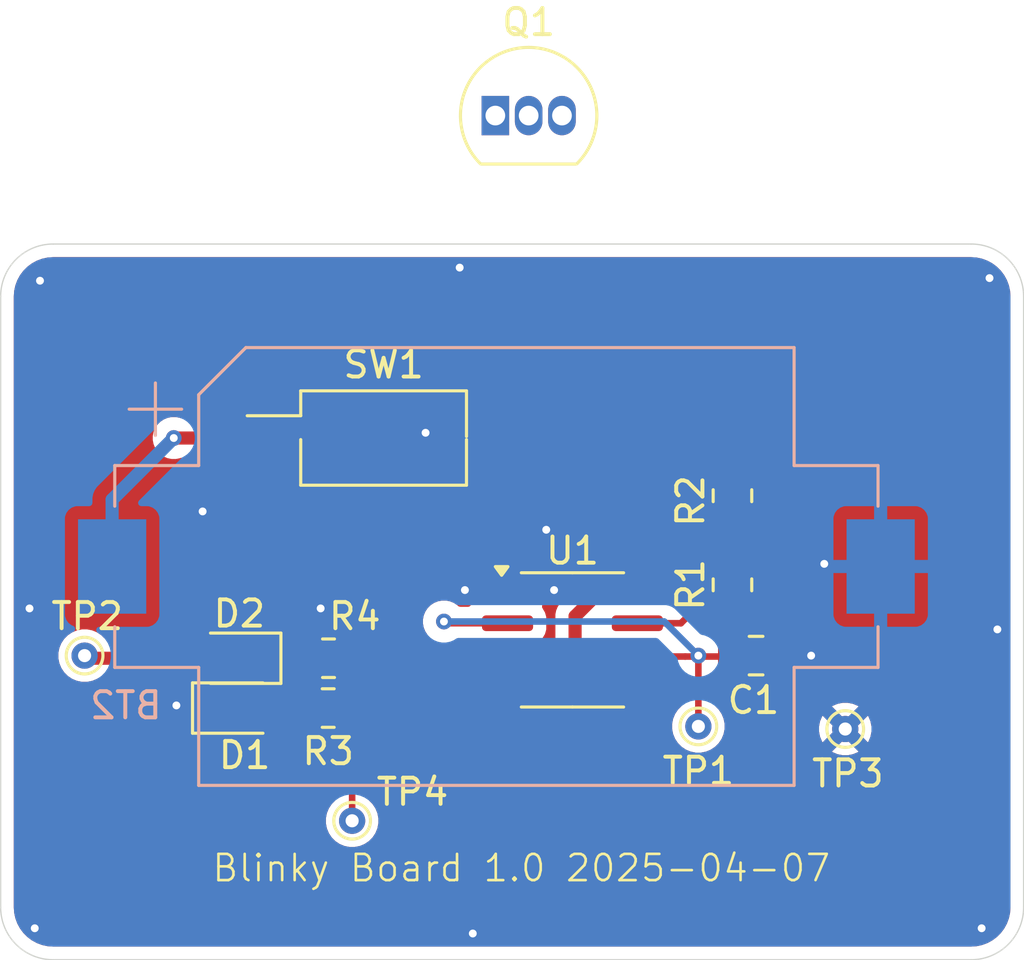
<source format=kicad_pcb>
(kicad_pcb (version 20241229) (generator "pcbnew") (generator_version "9.0")
  (title_block (title "Blinky Board") (date "2025-04-07") (rev "1.0") (company "PSU ECE Inc"))
  (layers (0 "F.Cu" signal) (2 "B.Cu" signal) (13 "F.Paste" user) (15 "B.Paste" user) (5 "F.SilkS" user "F.Silkscreen") (7 "B.SilkS" user "B.Silkscreen") (1 "F.Mask" user) (3 "B.Mask" user) (25 "Edge.Cuts" user))
  (net 0 "")
  (net 1 "GND")
  (net 2 "Net-(BT2-+)")
  (net 3 "Net-(U1-THR)")
  (net 4 "Net-(D1-A)")
  (net 5 "Net-(D2-K)")
  (net 6 "+BATT")
  (net 7 "Net-(U1-DIS)")
  (net 8 "Net-(U1-Q)")
  (net 10 "Net-(Q1-D-Pad3)")
  (net 12 "Net-(Q1-S-Pad1)")
  (footprint "TestPoint:TestPoint_THTPad_D1.0mm_Drill0.5mm" (layer "F.Cu") (at 206.9 97.1 90)
    (property "Reference" "TP3" (at -1.7 0.1 180) (layer "F.SilkS"))
    (property "Value" "TestPoint")
    (fp_circle (center 0 0) (end 0 0.7) (stroke (width 0.12)) (fill no) (layer "F.SilkS"))
    (pad "1" thru_hole circle (at 0 0 90) (size 1 1) (drill 0.5) (layers "*.Cu" "*.Mask") (net 1 "GND"))
  )
  (footprint "Package_TO_SOT_THT:TO-92_Inline" (layer "F.Cu") (at 193.56 73.7)
    (property "Reference" "Q1" (at 1.27 -3.56 0) (layer "F.SilkS"))
    (property "Value" "BIGMOSFET")
    (fp_line (start -0.53 1.85) (end 3.07 1.85) (stroke (width 0.12)) (layer "F.SilkS"))
    (fp_arc (start -0.568478 1.838478) (mid -1.132087 -0.994977) (end 1.27 -2.6) (stroke (width 0.12)) (layer "F.SilkS"))
    (fp_arc (start 1.27 -2.6) (mid 3.672087 -0.994977) (end 3.108478 1.838478) (stroke (width 0.12)) (layer "F.SilkS"))
    (pad "1" thru_hole rect (at 0 0) (size 1.05 1.5) (drill 0.75) (layers "*.Cu" "*.Mask") (net 12 "Net-(Q1-S-Pad1)"))
    (pad "2" thru_hole oval (at 1.27 0) (size 1.05 1.5) (drill 0.75) (layers "*.Cu" "*.Mask"))
    (pad "3" thru_hole oval (at 2.54 0) (size 1.05 1.5) (drill 0.75) (layers "*.Cu" "*.Mask") (net 10 "Net-(Q1-D-Pad3)"))
  )
  (footprint "Package_SO:SOIC-8_3.9x4.9mm_P1.27mm" (layer "F.Cu") (at 196.5 93.7)
    (property "Reference" "U1" (at 0 -3.4 0) (layer "F.SilkS"))
    (property "Value" "ICM7555xB")
    (fp_line (start 0 -2.56) (end -1.95 -2.56) (stroke (width 0.12)) (layer "F.SilkS"))
    (fp_line (start 0 -2.56) (end 1.95 -2.56) (stroke (width 0.12)) (layer "F.SilkS"))
    (fp_line (start 0 2.56) (end -1.95 2.56) (stroke (width 0.12)) (layer "F.SilkS"))
    (fp_line (start 0 2.56) (end 1.95 2.56) (stroke (width 0.12)) (layer "F.SilkS"))
    (fp_poly (pts (xy -2.7 -2.465) (xy -2.94 -2.795) (xy -2.46 -2.795)) (stroke (width 0.12)) (fill yes) (layer "F.SilkS"))
    (pad "1" smd roundrect (at -2.475 -1.905) (size 1.95 0.6) (layers "F.Cu" "F.Mask" "F.Paste") (net 1 "GND"))
    (pad "2" smd roundrect (at -2.475 -0.635) (size 1.95 0.6) (layers "F.Cu" "F.Mask" "F.Paste") (net 3 "Net-(U1-THR)"))
    (pad "3" smd roundrect (at -2.475 0.635) (size 1.95 0.6) (layers "F.Cu" "F.Mask" "F.Paste") (net 8 "Net-(U1-Q)"))
    (pad "4" smd roundrect (at -2.475 1.905) (size 1.95 0.6) (layers "F.Cu" "F.Mask" "F.Paste") (net 6 "+BATT"))
    (pad "5" smd roundrect (at 2.475 1.905) (size 1.95 0.6) (layers "F.Cu" "F.Mask" "F.Paste"))
    (pad "6" smd roundrect (at 2.475 0.635) (size 1.95 0.6) (layers "F.Cu" "F.Mask" "F.Paste") (net 3 "Net-(U1-THR)"))
    (pad "7" smd roundrect (at 2.475 -0.635) (size 1.95 0.6) (layers "F.Cu" "F.Mask" "F.Paste") (net 7 "Net-(U1-DIS)"))
    (pad "8" smd roundrect (at 2.475 -1.905) (size 1.95 0.6) (layers "F.Cu" "F.Mask" "F.Paste") (net 6 "+BATT"))
  )
  (footprint "Button_Switch_SMD:SW_DIP_SPSTx01_Slide_Omron_A6S-110x_W8.9mm_P2.54mm" (layer "F.Cu") (at 189.3 86)
    (property "Reference" "SW1" (at 0 -2.8 0) (layer "F.SilkS"))
    (property "Value" "SW_SPST")
    (fp_line (start -5.2 -0.85) (end -3.16 -0.85) (stroke (width 0.12)) (layer "F.SilkS"))
    (fp_line (start -3.16 -1.8) (end -3.16 -0.85) (stroke (width 0.12)) (layer "F.SilkS"))
    (fp_line (start -3.16 -1.8) (end 3.16 -1.8) (stroke (width 0.12)) (layer "F.SilkS"))
    (fp_line (start -3.16 1.8) (end -3.16 0.06) (stroke (width 0.12)) (layer "F.SilkS"))
    (fp_line (start -3.16 1.8) (end 3.16 1.8) (stroke (width 0.12)) (layer "F.SilkS"))
    (fp_line (start 3.16 -1.8) (end 3.16 -0.06) (stroke (width 0.12)) (layer "F.SilkS"))
    (fp_line (start 3.16 1.8) (end 3.16 0.06) (stroke (width 0.12)) (layer "F.SilkS"))
    (pad "1" smd roundrect (at -4.45 0) (size 1.5 1.1) (layers "F.Cu" "F.Mask" "F.Paste") (roundrect_rratio 0.227273) (net 2 "Net-(BT2-+)"))
    (pad "2" smd roundrect (at 4.45 0) (size 1.5 1.1) (layers "F.Cu" "F.Mask" "F.Paste") (roundrect_rratio 0.227273) (net 6 "+BATT"))
  )
  (footprint "Resistor_SMD:R_0805_2012Metric" (layer "F.Cu") (at 202.6 88.2 -90)
    (property "Reference" "R2" (at 0.2 1.6 90) (layer "F.SilkS"))
    (property "Value" "10k")
    (fp_line (start -0.227064 0.735) (end 0.227064 0.735) (stroke (width 0.12)) (layer "F.SilkS"))
    (fp_line (start -0.227064 -0.735) (end 0.227064 -0.735) (stroke (width 0.12)) (layer "F.SilkS"))
    (pad "1" smd roundrect (at -0.9125 0 270) (size 1.025 1.4) (layers "F.Cu" "F.Mask" "F.Paste") (roundrect_rratio 0.243902) (net 6 "+BATT"))
    (pad "2" smd roundrect (at 0.9125 0 270) (size 1.025 1.4) (layers "F.Cu" "F.Mask" "F.Paste") (roundrect_rratio 0.243902) (net 7 "Net-(U1-DIS)"))
  )
  (footprint "LED_SMD:LED_0805_2012Metric" (layer "F.Cu") (at 183.7 96.3)
    (property "Reference" "D1" (at 0.3 1.8 0) (layer "F.SilkS"))
    (property "Value" "RED")
    (fp_line (start -1.685 -0.96) (end -1.685 0.96) (stroke (width 0.12)) (layer "F.SilkS"))
    (fp_line (start -1.685 0.96) (end 1 0.96) (stroke (width 0.12)) (layer "F.SilkS"))
    (fp_line (start 1 -0.96) (end -1.685 -0.96) (stroke (width 0.12)) (layer "F.SilkS"))
    (pad "1" smd roundrect (at -0.9375 0) (size 0.975 1.4) (layers "F.Cu" "F.Mask" "F.Paste") (net 1 "GND"))
    (pad "2" smd roundrect (at 0.9375 0) (size 0.975 1.4) (layers "F.Cu" "F.Mask" "F.Paste") (net 4 "Net-(D1-A)"))
  )
  (footprint "TestPoint:TestPoint_THTPad_D1.0mm_Drill0.5mm" (layer "F.Cu") (at 188.1 100.6 90)
    (property "Reference" "TP4" (at 1.1 2.3 180) (layer "F.SilkS"))
    (property "Value" "TestPoint")
    (fp_circle (center 0 0) (end 0 0.7) (stroke (width 0.12)) (fill no) (layer "F.SilkS"))
    (pad "1" thru_hole circle (at 0 0 90) (size 1 1) (drill 0.5) (layers "*.Cu" "*.Mask") (net 8 "Net-(U1-Q)"))
  )
  (footprint "Resistor_SMD:R_0805_2012Metric" (layer "F.Cu") (at 202.6 91.6 -90)
    (property "Reference" "R1" (at 0 1.6 90) (layer "F.SilkS"))
    (property "Value" "10k")
    (fp_line (start -0.227064 0.735) (end 0.227064 0.735) (stroke (width 0.12)) (layer "F.SilkS"))
    (fp_line (start -0.227064 -0.735) (end 0.227064 -0.735) (stroke (width 0.12)) (layer "F.SilkS"))
    (pad "1" smd roundrect (at -0.9125 0 270) (size 1.025 1.4) (layers "F.Cu" "F.Mask" "F.Paste") (roundrect_rratio 0.243902) (net 7 "Net-(U1-DIS)"))
    (pad "2" smd roundrect (at 0.9125 0 270) (size 1.025 1.4) (layers "F.Cu" "F.Mask" "F.Paste") (roundrect_rratio 0.243902) (net 3 "Net-(U1-THR)"))
  )
  (footprint "Resistor_SMD:R_0805_2012Metric" (layer "F.Cu") (at 187.2 94.4)
    (property "Reference" "R4" (at 1 -1.6 0) (layer "F.SilkS"))
    (property "Value" "330")
    (fp_line (start -0.227064 -0.735) (end 0.227064 -0.735) (stroke (width 0.12)) (layer "F.SilkS"))
    (fp_line (start -0.227064 0.735) (end 0.227064 0.735) (stroke (width 0.12)) (layer "F.SilkS"))
    (pad "1" smd roundrect (at -0.9125 0) (size 1.025 1.4) (layers "F.Cu" "F.Mask" "F.Paste") (roundrect_rratio 0.243902) (net 5 "Net-(D2-K)"))
    (pad "2" smd roundrect (at 0.9125 0) (size 1.025 1.4) (layers "F.Cu" "F.Mask" "F.Paste") (roundrect_rratio 0.243902) (net 8 "Net-(U1-Q)"))
  )
  (footprint "TestPoint:TestPoint_THTPad_D1.0mm_Drill0.5mm" (layer "F.Cu") (at 177.9 94.3 90)
    (property "Reference" "TP2" (at 1.5 0.1 180) (layer "F.SilkS"))
    (property "Value" "TestPoint")
    (fp_circle (center 0 0) (end 0 0.7) (stroke (width 0.12)) (fill no) (layer "F.SilkS"))
    (pad "1" thru_hole circle (at 0 0 90) (size 1 1) (drill 0.5) (layers "*.Cu" "*.Mask") (net 6 "+BATT"))
  )
  (footprint "Capacitor_SMD:C_0805_2012Metric" (layer "F.Cu") (at 203.5 94.3)
    (property "Reference" "C1" (at -0.1 1.7 0) (layer "F.SilkS"))
    (property "Value" "300n")
    (fp_line (start -0.261252 -0.735) (end 0.261252 -0.735) (stroke (width 0.12)) (layer "F.SilkS"))
    (fp_line (start -0.261252 0.735) (end 0.261252 0.735) (stroke (width 0.12)) (layer "F.SilkS"))
    (pad "1" smd roundrect (at -0.95 0) (size 1 1.45) (layers "F.Cu" "F.Mask" "F.Paste") (net 3 "Net-(U1-THR)"))
    (pad "2" smd roundrect (at 0.95 0) (size 1 1.45) (layers "F.Cu" "F.Mask" "F.Paste") (net 1 "GND"))
  )
  (footprint "TestPoint:TestPoint_THTPad_D1.0mm_Drill0.5mm" (layer "F.Cu") (at 201.3 97 90)
    (property "Reference" "TP1" (at -1.7 0 180) (layer "F.SilkS"))
    (property "Value" "TestPoint")
    (fp_circle (center 0 0) (end 0 0.7) (stroke (width 0.12)) (fill no) (layer "F.SilkS"))
    (pad "1" thru_hole circle (at 0 0 90) (size 1 1) (drill 0.5) (layers "*.Cu" "*.Mask") (net 3 "Net-(U1-THR)"))
  )
  (footprint "LED_SMD:LED_0805_2012Metric" (layer "F.Cu") (at 183.7 94.4 180)
    (property "Reference" "D2" (at -0.1 1.7 0) (layer "F.SilkS"))
    (property "Value" "RED")
    (fp_line (start 1 -0.96) (end -1.685 -0.96) (stroke (width 0.12)) (layer "F.SilkS"))
    (fp_line (start -1.685 0.96) (end 1 0.96) (stroke (width 0.12)) (layer "F.SilkS"))
    (fp_line (start -1.685 -0.96) (end -1.685 0.96) (stroke (width 0.12)) (layer "F.SilkS"))
    (pad "1" smd roundrect (at -0.9375 0 180) (size 0.975 1.4) (layers "F.Cu" "F.Mask" "F.Paste") (net 5 "Net-(D2-K)"))
    (pad "2" smd roundrect (at 0.9375 0 180) (size 0.975 1.4) (layers "F.Cu" "F.Mask" "F.Paste") (net 6 "+BATT"))
  )
  (footprint "Resistor_SMD:R_0805_2012Metric" (layer "F.Cu") (at 187.1875 96.3 180)
    (property "Reference" "R3" (at 0 -1.65 0) (layer "F.SilkS"))
    (property "Value" "330")
    (fp_line (start -0.227064 0.735) (end 0.227064 0.735) (stroke (width 0.12)) (layer "F.SilkS"))
    (fp_line (start -0.227064 -0.735) (end 0.227064 -0.735) (stroke (width 0.12)) (layer "F.SilkS"))
    (pad "1" smd roundrect (at -0.9125 0 180) (size 1.025 1.4) (layers "F.Cu" "F.Mask" "F.Paste") (roundrect_rratio 0.243902) (net 8 "Net-(U1-Q)"))
    (pad "2" smd roundrect (at 0.9125 0 180) (size 1.025 1.4) (layers "F.Cu" "F.Mask" "F.Paste") (roundrect_rratio 0.243902) (net 4 "Net-(D1-A)"))
  )
  (footprint "Battery:BatteryHolder_Keystone_1060_1x2032" (layer "B.Cu") (at 193.6 90.9)
    (property "Reference" "BT2" (at -14.125 5.3 180) (layer "B.SilkS") (effects (justify mirror)))
    (property "Value" "CR2023 battery holder")
    (fp_line (start -14.55 -3.85) (end -14.55 -2.3) (stroke (width 0.12)) (layer "B.SilkS"))
    (fp_line (start -14.55 3.85) (end -14.55 2.3) (stroke (width 0.12)) (layer "B.SilkS"))
    (fp_line (start -13 -5) (end -13 -7) (stroke (width 0.12)) (layer "B.SilkS"))
    (fp_line (start -12 -6) (end -14 -6) (stroke (width 0.12)) (layer "B.SilkS"))
    (fp_line (start -11.35 -6.55) (end -11.35 -3.85) (stroke (width 0.12)) (layer "B.SilkS"))
    (fp_line (start -11.35 -3.85) (end -14.55 -3.85) (stroke (width 0.12)) (layer "B.SilkS"))
    (fp_line (start -11.35 3.85) (end -14.55 3.85) (stroke (width 0.12)) (layer "B.SilkS"))
    (fp_line (start -11.35 8.35) (end -11.35 3.85) (stroke (width 0.12)) (layer "B.SilkS"))
    (fp_line (start -11.35 8.35) (end 11.35 8.35) (stroke (width 0.12)) (layer "B.SilkS"))
    (fp_line (start -9.55 -8.35) (end -11.35 -6.55) (stroke (width 0.12)) (layer "B.SilkS"))
    (fp_line (start 11.35 -8.35) (end -9.55 -8.35) (stroke (width 0.12)) (layer "B.SilkS"))
    (fp_line (start 11.35 -8.35) (end 11.35 -3.85) (stroke (width 0.12)) (layer "B.SilkS"))
    (fp_line (start 11.35 -3.85) (end 14.55 -3.85) (stroke (width 0.12)) (layer "B.SilkS"))
    (fp_line (start 11.35 3.85) (end 14.55 3.85) (stroke (width 0.12)) (layer "B.SilkS"))
    (fp_line (start 11.35 8.35) (end 11.35 3.85) (stroke (width 0.12)) (layer "B.SilkS"))
    (fp_line (start 14.55 -3.85) (end 14.55 -2.3) (stroke (width 0.12)) (layer "B.SilkS"))
    (fp_line (start 14.55 3.85) (end 14.55 2.3) (stroke (width 0.12)) (layer "B.SilkS"))
    (pad "1" smd rect (at -14.65 0 180) (size 2.6 3.6) (layers "B.Cu" "B.Mask" "B.Paste") (net 2 "Net-(BT2-+)"))
    (pad "2" smd rect (at 14.65 0 180) (size 2.6 3.6) (layers "B.Cu" "B.Mask" "B.Paste") (net 1 "GND"))
  )
  (gr_line (start 213.7 80.6) (end 213.7 103.9) (stroke (width 0.05)) (layer "Edge.Cuts"))
  (gr_line (start 174.7 103.9) (end 174.7 80.6) (stroke (width 0.05)) (layer "Edge.Cuts"))
  (gr_line (start 211.7 105.9) (end 176.7 105.9) (stroke (width 0.05)) (layer "Edge.Cuts"))
  (gr_arc (start 176.7 105.9) (mid 175.285786 105.314214) (end 174.7 103.9) (stroke (width 0.05)) (layer "Edge.Cuts"))
  (gr_arc (start 211.7 78.6) (mid 213.114214 79.185786) (end 213.7 80.6) (stroke (width 0.05)) (layer "Edge.Cuts"))
  (gr_arc (start 213.7 103.9) (mid 213.114214 105.314214) (end 211.7 105.9) (stroke (width 0.05)) (layer "Edge.Cuts"))
  (gr_line (start 176.7 78.6) (end 211.7 78.6) (stroke (width 0.05)) (layer "Edge.Cuts"))
  (gr_arc (start 174.7 80.6) (mid 175.285786 79.185786) (end 176.7 78.6) (stroke (width 0.05)) (layer "Edge.Cuts"))
  (gr_text "${TITLE} ${REVISION} ${ISSUE_DATE}\n\n" (at 182.7 104.6 0) (layer "F.SilkS") (effects (font (size 1 1) (thickness 0.1)) (justify left bottom)))
  (via (at 192.4 91.8) (size 0.6) (drill 0.3) (layers "F.Cu" "B.Cu") (net 1))
  (via (at 212.7 93.3) (size 0.6) (drill 0.3) (layers "F.Cu" "B.Cu") (net 1))
  (via (at 182.4 88.8) (size 0.6) (drill 0.3) (layers "F.Cu" "B.Cu") (net 1))
  (via (at 206.1 90.8) (size 0.6) (drill 0.3) (layers "F.Cu" "B.Cu") (net 1))
  (via (at 175.8 92.5) (size 0.6) (drill 0.3) (layers "F.Cu" "B.Cu") (net 1))
  (via (at 195.5 89.5) (size 0.6) (drill 0.3) (layers "F.Cu" "B.Cu") (net 1))
  (via (at 176.2 80) (size 0.6) (drill 0.3) (layers "F.Cu" "B.Cu") (net 1))
  (via (at 192.7 104.9) (size 0.6) (drill 0.3) (layers "F.Cu" "B.Cu") (net 1))
  (via (at 190.9 85.8) (size 0.6) (drill 0.3) (layers "F.Cu" "B.Cu") (net 1))
  (via (at 192.2 79.5) (size 0.6) (drill 0.3) (layers "F.Cu" "B.Cu") (net 1))
  (via (at 212.1 104.7) (size 0.6) (drill 0.3) (layers "F.Cu" "B.Cu") (net 1))
  (via (at 176 104.7) (size 0.6) (drill 0.3) (layers "F.Cu" "B.Cu") (net 1))
  (via (at 205.6 94.3) (size 0.6) (drill 0.3) (layers "F.Cu" "B.Cu") (net 1))
  (via (at 195.8 91.8) (size 0.6) (drill 0.3) (layers "F.Cu" "B.Cu") (net 1))
  (via (at 181.4 96.2) (size 0.6) (drill 0.3) (layers "F.Cu" "B.Cu") (net 1))
  (via (at 186.9 92.5) (size 0.6) (drill 0.3) (layers "F.Cu" "B.Cu") (net 1))
  (via (at 212.4 79.9) (size 0.6) (drill 0.3) (layers "F.Cu" "B.Cu") (net 1))
  (segment (start 181.3 86) (end 184.85 86) (width 0.5) (layer "F.Cu") (net 2))
  (via (at 181.3 86) (size 0.6) (drill 0.3) (layers "F.Cu" "B.Cu") (net 2))
  (segment (start 178.95 90.9) (end 178.95 88.35) (width 0.5) (layer "B.Cu") (net 2))
  (segment (start 178.95 88.35) (end 181.3 86) (width 0.5) (layer "B.Cu") (net 2))
  (segment (start 201.3 97) (end 201.3 94.3) (width 0.25) (layer "F.Cu") (net 3))
  (segment (start 202.55 92.5625) (end 202.6 92.5125) (width 0.25) (layer "F.Cu") (net 3))
  (segment (start 202.515 94.335) (end 202.55 94.3) (width 0.25) (layer "F.Cu") (net 3))
  (segment (start 191.665 93.065) (end 191.6 93) (width 0.25) (layer "F.Cu") (net 3))
  (segment (start 194.025 93.065) (end 191.665 93.065) (width 0.25) (layer "F.Cu") (net 3))
  (segment (start 200.8 94.335) (end 202.515 94.335) (width 0.25) (layer "F.Cu") (net 3))
  (segment (start 198.975 94.335) (end 200.8 94.335) (width 0.25) (layer "F.Cu") (net 3))
  (segment (start 202.55 94.3) (end 202.55 92.5625) (width 0.25) (layer "F.Cu") (net 3))
  (via (at 201.3 94.3) (size 0.6) (drill 0.3) (layers "F.Cu" "B.Cu") (net 3))
  (via (at 191.6 93) (size 0.6) (drill 0.3) (layers "F.Cu" "B.Cu") (net 3))
  (segment (start 191.6 93) (end 200 93) (width 0.25) (layer "B.Cu") (net 3))
  (segment (start 200 93) (end 201.3 94.3) (width 0.25) (layer "B.Cu") (net 3))
  (segment (start 186.275 96.3) (end 184.6375 96.3) (width 0.25) (layer "F.Cu") (net 4))
  (segment (start 186.2875 94.4) (end 184.6375 94.4) (width 0.25) (layer "F.Cu") (net 5))
  (segment (start 190.7 90.9) (end 185 90.9) (width 0.5) (layer "F.Cu") (net 6))
  (segment (start 198.975 91.795) (end 198.975 87.4625) (width 0.5) (layer "F.Cu") (net 6))
  (segment (start 193.75 86) (end 193.75 87.85) (width 0.5) (layer "F.Cu") (net 6))
  (segment (start 193.75 86) (end 196.5 86) (width 0.5) (layer "F.Cu") (net 6))
  (segment (start 195.395 95.605) (end 194.025 95.605) (width 0.5) (layer "F.Cu") (net 6))
  (segment (start 178 94.4) (end 177.9 94.3) (width 0.5) (layer "F.Cu") (net 6))
  (segment (start 196.6 92.8) (end 196.6 94.4) (width 0.5) (layer "F.Cu") (net 6))
  (segment (start 196.6 94.4) (end 195.395 95.605) (width 0.5) (layer "F.Cu") (net 6))
  (segment (start 182.7625 94.4) (end 178 94.4) (width 0.5) (layer "F.Cu") (net 6))
  (segment (start 198.975 91.795) (end 197.605 91.795) (width 0.5) (layer "F.Cu") (net 6))
  (segment (start 197.605 91.795) (end 196.6 92.8) (width 0.5) (layer "F.Cu") (net 6))
  (segment (start 198.975 87.4625) (end 198.8 87.2875) (width 0.5) (layer "F.Cu") (net 6))
  (segment (start 198.8 87.2875) (end 202.6 87.2875) (width 0.5) (layer "F.Cu") (net 6))
  (segment (start 185 90.9) (end 182.7625 93.1375) (width 0.5) (layer "F.Cu") (net 6))
  (segment (start 196.5 86) (end 197.7875 87.2875) (width 0.5) (layer "F.Cu") (net 6))
  (segment (start 193.75 87.85) (end 190.7 90.9) (width 0.5) (layer "F.Cu") (net 6))
  (segment (start 197.7875 87.2875) (end 198.8 87.2875) (width 0.5) (layer "F.Cu") (net 6))
  (segment (start 182.7625 93.1375) (end 182.7625 94.4) (width 0.5) (layer "F.Cu") (net 6))
  (segment (start 201.3 90.7) (end 202.5875 90.7) (width 0.25) (layer "F.Cu") (net 7))
  (segment (start 201 91) (end 201.3 90.7) (width 0.25) (layer "F.Cu") (net 7))
  (segment (start 201 92.7) (end 201 91) (width 0.25) (layer "F.Cu") (net 7))
  (segment (start 202.5875 90.7) (end 202.6 90.6875) (width 0.25) (layer "F.Cu") (net 7))
  (segment (start 200.635 93.065) (end 201 92.7) (width 0.25) (layer "F.Cu") (net 7))
  (segment (start 202.6 90.6875) (end 202.6 89.1125) (width 0.25) (layer "F.Cu") (net 7))
  (segment (start 198.975 93.065) (end 200.635 93.065) (width 0.25) (layer "F.Cu") (net 7))
  (segment (start 188.1125 96.2875) (end 188.1 96.3) (width 0.25) (layer "F.Cu") (net 8))
  (segment (start 194.025 94.335) (end 193.99 94.3) (width 0.25) (layer "F.Cu") (net 8))
  (segment (start 188.1125 94.4) (end 188.1125 96.2875) (width 0.25) (layer "F.Cu") (net 8))
  (segment (start 193.99 94.3) (end 188.2125 94.3) (width 0.25) (layer "F.Cu") (net 8))
  (segment (start 188.1 96.3) (end 188.1 100.6) (width 0.25) (layer "F.Cu") (net 8))
  (segment (start 188.2125 94.3) (end 188.1125 94.4) (width 0.25) (layer "F.Cu") (net 8))
  (zone (net 1) (net_name "GND") (layers "F.Cu" "B.Cu") (connect_pads (clearance 0.5)) (min_thickness 0.25) (fill yes (thermal_gap 0.5) (thermal_bridge_width 0.5))
    (polygon (pts (xy 174.7 78.6) (xy 213.7 78.6) (xy 213.7 105.9) (xy 174.7 105.9)))
  )
)
</source>
